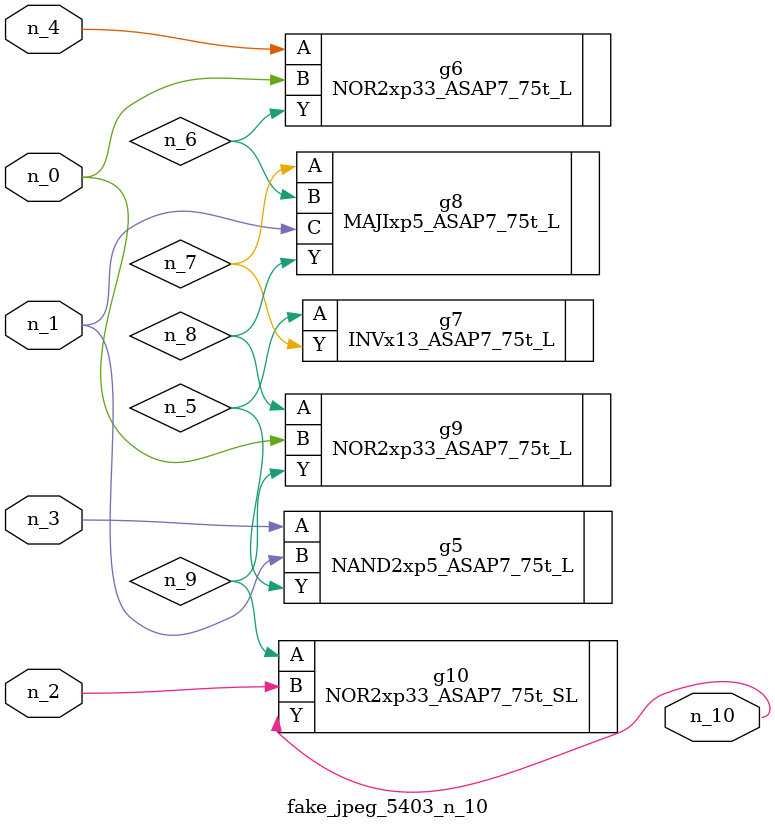
<source format=v>
module fake_jpeg_5403_n_10 (n_3, n_2, n_1, n_0, n_4, n_10);

input n_3;
input n_2;
input n_1;
input n_0;
input n_4;

output n_10;

wire n_8;
wire n_9;
wire n_6;
wire n_5;
wire n_7;

NAND2xp5_ASAP7_75t_L g5 ( 
.A(n_3),
.B(n_1),
.Y(n_5)
);

NOR2xp33_ASAP7_75t_L g6 ( 
.A(n_4),
.B(n_0),
.Y(n_6)
);

INVx13_ASAP7_75t_L g7 ( 
.A(n_5),
.Y(n_7)
);

MAJIxp5_ASAP7_75t_L g8 ( 
.A(n_7),
.B(n_6),
.C(n_1),
.Y(n_8)
);

NOR2xp33_ASAP7_75t_L g9 ( 
.A(n_8),
.B(n_0),
.Y(n_9)
);

NOR2xp33_ASAP7_75t_SL g10 ( 
.A(n_9),
.B(n_2),
.Y(n_10)
);


endmodule
</source>
